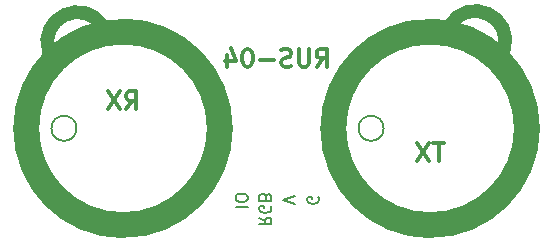
<source format=gbr>
G04 #@! TF.GenerationSoftware,KiCad,Pcbnew,(5.1.10)-1*
G04 #@! TF.CreationDate,2022-05-11T11:06:37+08:00*
G04 #@! TF.ProjectId,RUS-04_1x9,5255532d-3034-45f3-9178-392e6b696361,rev?*
G04 #@! TF.SameCoordinates,Original*
G04 #@! TF.FileFunction,Legend,Bot*
G04 #@! TF.FilePolarity,Positive*
%FSLAX45Y45*%
G04 Gerber Fmt 4.5, Leading zero omitted, Abs format (unit mm)*
G04 Created by KiCad (PCBNEW (5.1.10)-1) date 2022-05-11 11:06:37*
%MOMM*%
%LPD*%
G01*
G04 APERTURE LIST*
%ADD10C,2.200000*%
%ADD11C,0.150000*%
%ADD12C,0.300000*%
%ADD13C,1.200000*%
G04 APERTURE END LIST*
D10*
X7420000Y-3960000D02*
G75*
G03*
X7420000Y-3960000I-820000J0D01*
G01*
D11*
X8255000Y-4543810D02*
X8259762Y-4553333D01*
X8259762Y-4567619D01*
X8255000Y-4581905D01*
X8245476Y-4591429D01*
X8235952Y-4596190D01*
X8216905Y-4600952D01*
X8202619Y-4600952D01*
X8183571Y-4596190D01*
X8174048Y-4591429D01*
X8164524Y-4581905D01*
X8159762Y-4567619D01*
X8159762Y-4558095D01*
X8164524Y-4543810D01*
X8169286Y-4539048D01*
X8202619Y-4539048D01*
X8202619Y-4558095D01*
X8054762Y-4598333D02*
X7954762Y-4565000D01*
X8054762Y-4531667D01*
D12*
X8239286Y-3437857D02*
X8289286Y-3366428D01*
X8325000Y-3437857D02*
X8325000Y-3287857D01*
X8267857Y-3287857D01*
X8253571Y-3295000D01*
X8246428Y-3302143D01*
X8239286Y-3316428D01*
X8239286Y-3337857D01*
X8246428Y-3352143D01*
X8253571Y-3359286D01*
X8267857Y-3366428D01*
X8325000Y-3366428D01*
X8175000Y-3287857D02*
X8175000Y-3409286D01*
X8167857Y-3423571D01*
X8160714Y-3430714D01*
X8146428Y-3437857D01*
X8117857Y-3437857D01*
X8103571Y-3430714D01*
X8096428Y-3423571D01*
X8089286Y-3409286D01*
X8089286Y-3287857D01*
X8025000Y-3430714D02*
X8003571Y-3437857D01*
X7967857Y-3437857D01*
X7953571Y-3430714D01*
X7946428Y-3423571D01*
X7939286Y-3409286D01*
X7939286Y-3395000D01*
X7946428Y-3380714D01*
X7953571Y-3373571D01*
X7967857Y-3366428D01*
X7996428Y-3359286D01*
X8010714Y-3352143D01*
X8017857Y-3345000D01*
X8025000Y-3330714D01*
X8025000Y-3316428D01*
X8017857Y-3302143D01*
X8010714Y-3295000D01*
X7996428Y-3287857D01*
X7960714Y-3287857D01*
X7939286Y-3295000D01*
X7875000Y-3380714D02*
X7760714Y-3380714D01*
X7660714Y-3287857D02*
X7646428Y-3287857D01*
X7632143Y-3295000D01*
X7625000Y-3302143D01*
X7617857Y-3316428D01*
X7610714Y-3345000D01*
X7610714Y-3380714D01*
X7617857Y-3409286D01*
X7625000Y-3423571D01*
X7632143Y-3430714D01*
X7646428Y-3437857D01*
X7660714Y-3437857D01*
X7675000Y-3430714D01*
X7682143Y-3423571D01*
X7689286Y-3409286D01*
X7696428Y-3380714D01*
X7696428Y-3345000D01*
X7689286Y-3316428D01*
X7682143Y-3302143D01*
X7675000Y-3295000D01*
X7660714Y-3287857D01*
X7482143Y-3337857D02*
X7482143Y-3437857D01*
X7517857Y-3280714D02*
X7553571Y-3387857D01*
X7460714Y-3387857D01*
X6625000Y-3797857D02*
X6675000Y-3726428D01*
X6710714Y-3797857D02*
X6710714Y-3647857D01*
X6653571Y-3647857D01*
X6639286Y-3655000D01*
X6632143Y-3662143D01*
X6625000Y-3676428D01*
X6625000Y-3697857D01*
X6632143Y-3712143D01*
X6639286Y-3719286D01*
X6653571Y-3726428D01*
X6710714Y-3726428D01*
X6575000Y-3647857D02*
X6475000Y-3797857D01*
X6475000Y-3647857D02*
X6575000Y-3797857D01*
X9314286Y-4087857D02*
X9228571Y-4087857D01*
X9271429Y-4237857D02*
X9271429Y-4087857D01*
X9192857Y-4087857D02*
X9092857Y-4237857D01*
X9092857Y-4087857D02*
X9192857Y-4237857D01*
D11*
X7754762Y-4715238D02*
X7802381Y-4748571D01*
X7754762Y-4772381D02*
X7854762Y-4772381D01*
X7854762Y-4734286D01*
X7850000Y-4724762D01*
X7845238Y-4720000D01*
X7835714Y-4715238D01*
X7821428Y-4715238D01*
X7811905Y-4720000D01*
X7807143Y-4724762D01*
X7802381Y-4734286D01*
X7802381Y-4772381D01*
X7850000Y-4620000D02*
X7854762Y-4629524D01*
X7854762Y-4643810D01*
X7850000Y-4658095D01*
X7840476Y-4667619D01*
X7830952Y-4672381D01*
X7811905Y-4677143D01*
X7797619Y-4677143D01*
X7778571Y-4672381D01*
X7769048Y-4667619D01*
X7759524Y-4658095D01*
X7754762Y-4643810D01*
X7754762Y-4634286D01*
X7759524Y-4620000D01*
X7764286Y-4615238D01*
X7797619Y-4615238D01*
X7797619Y-4634286D01*
X7807143Y-4539048D02*
X7802381Y-4524762D01*
X7797619Y-4520000D01*
X7788095Y-4515238D01*
X7773809Y-4515238D01*
X7764286Y-4520000D01*
X7759524Y-4524762D01*
X7754762Y-4534286D01*
X7754762Y-4572381D01*
X7854762Y-4572381D01*
X7854762Y-4539048D01*
X7850000Y-4529524D01*
X7845238Y-4524762D01*
X7835714Y-4520000D01*
X7826190Y-4520000D01*
X7816667Y-4524762D01*
X7811905Y-4529524D01*
X7807143Y-4539048D01*
X7807143Y-4572381D01*
X7554762Y-4624762D02*
X7654762Y-4624762D01*
X7654762Y-4558095D02*
X7654762Y-4539048D01*
X7650000Y-4529524D01*
X7640476Y-4520000D01*
X7621428Y-4515238D01*
X7588095Y-4515238D01*
X7569048Y-4520000D01*
X7559524Y-4529524D01*
X7554762Y-4539048D01*
X7554762Y-4558095D01*
X7559524Y-4567619D01*
X7569048Y-4577143D01*
X7588095Y-4581905D01*
X7621428Y-4581905D01*
X7640476Y-4577143D01*
X7650000Y-4567619D01*
X7654762Y-4558095D01*
D10*
X10020000Y-3960000D02*
G75*
G03*
X10020000Y-3960000I-820000J0D01*
G01*
D11*
X8806302Y-3960000D02*
G75*
G03*
X8806302Y-3960000I-106302J0D01*
G01*
X6206301Y-3960000D02*
G75*
G03*
X6206301Y-3960000I-106302J0D01*
G01*
D13*
X9366004Y-3090951D02*
G75*
G02*
X9823000Y-3301000I216996J-130049D01*
G01*
D11*
X6206301Y-3960000D02*
G75*
G03*
X6206301Y-3960000I-106302J0D01*
G01*
D13*
X6429559Y-3100053D02*
G75*
G03*
X5972563Y-3310102I-216996J-130049D01*
G01*
X9366004Y-3090951D02*
G75*
G02*
X9823000Y-3301000I216996J-130049D01*
G01*
D10*
X10020000Y-3960000D02*
G75*
G03*
X10020000Y-3960000I-820000J0D01*
G01*
D11*
X8806302Y-3960000D02*
G75*
G03*
X8806302Y-3960000I-106302J0D01*
G01*
M02*

</source>
